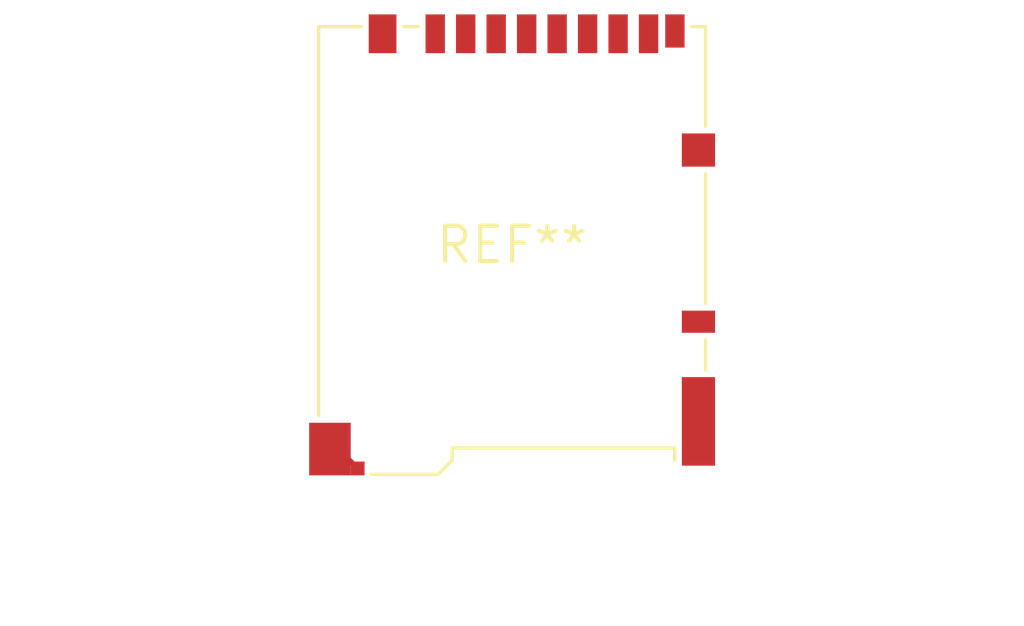
<source format=kicad_pcb>
(kicad_pcb (version 20240108) (generator pcbnew)
  (layers (0 "F.Cu" signal) (31 "B.Cu" signal) (34 "B.Paste" user) (35 "F.Paste" user) (36 "B.SilkS" user "B.Silkscreen") (37 "F.SilkS" user "F.Silkscreen") (38 "B.Mask" user) (39 "F.Mask" user) (44 "Edge.Cuts" user))
  (net 0 "")
  (footprint "microSD_HC_Hirose_DM3BT-DSF-PEJS" (layer "F.Cu") (at 0 0)
    (property "Reference" "REF**")
    (property "Value" "microSD_HC_Hirose_DM3BT-DSF-PEJS")
    (fp_line (start -6.985 -7.885) (end -6.985 6.175) (layer "F.SilkS") (stroke (width 0.12)))
    (fp_line (start -6.985 -7.885) (end -5.425 -7.885) (layer "F.SilkS") (stroke (width 0.12)))
    (fp_line (start -5.075 8.285) (end -2.675 8.285) (layer "F.SilkS") (stroke (width 0.12)))
    (fp_line (start -3.375 -7.885) (end -3.925 -7.885) (layer "F.SilkS") (stroke (width 0.12)))
    (fp_line (start -2.665 8.275) (end -2.165 7.785) (layer "F.SilkS") (stroke (width 0.12)))
    (fp_line (start -2.165 7.335) (end -2.165 7.785) (layer "F.SilkS") (stroke (width 0.12)))
    (fp_line (start 5.865 7.335) (end -2.165 7.335) (layer "F.SilkS") (stroke (width 0.12)))
    (fp_line (start 5.865 7.335) (end 5.865 7.785) (layer "F.SilkS") (stroke (width 0.12)))
    (fp_line (start 6.475 -7.885) (end 6.985 -7.885) (layer "F.SilkS") (stroke (width 0.12)))
    (fp_line (start 6.985 -7.885) (end 6.985 -4.275) (layer "F.SilkS") (stroke (width 0.12)))
    (fp_line (start 6.985 -2.575) (end 6.985 2.125) (layer "F.SilkS") (stroke (width 0.12)))
    (fp_line (start 6.985 3.425) (end 6.985 4.525) (layer "F.SilkS") (stroke (width 0.12)))
    (pad "1" smd rect (at -2.775 -7.625) (size 0.7 1.4) (layers "F.Cu" "F.Paste" "F.Mask"))
    (pad "2" smd rect (at -1.675 -7.625) (size 0.7 1.4) (layers "F.Cu" "F.Paste" "F.Mask"))
    (pad "3" smd rect (at -0.575 -7.625) (size 0.7 1.4) (layers "F.Cu" "F.Paste" "F.Mask"))
    (pad "4" smd rect (at 0.525 -7.625) (size 0.7 1.4) (layers "F.Cu" "F.Paste" "F.Mask"))
    (pad "5" smd rect (at 1.625 -7.625) (size 0.7 1.4) (layers "F.Cu" "F.Paste" "F.Mask"))
    (pad "6" smd rect (at 2.725 -7.625) (size 0.7 1.4) (layers "F.Cu" "F.Paste" "F.Mask"))
    (pad "7" smd rect (at 3.825 -7.625) (size 0.7 1.4) (layers "F.Cu" "F.Paste" "F.Mask"))
    (pad "8" smd rect (at 4.925 -7.625) (size 0.7 1.4) (layers "F.Cu" "F.Paste" "F.Mask"))
    (pad "9" smd rect (at 5.875 -7.725) (size 0.7 1.2) (layers "F.Cu" "F.Paste" "F.Mask"))
    (pad "10" smd rect (at 6.725 2.775) (size 1.2 0.8) (layers "F.Cu" "F.Paste" "F.Mask"))
    (pad "11" smd rect (at -6.575 7.375) (size 1.5 1.9) (layers "F.Cu" "F.Paste" "F.Mask"))
    (pad "11" smd rect (at -5.825 7.825 45) (size 0.2 0.2) (layers "F.Cu" "F.Paste" "F.Mask"))
    (pad "11" smd rect (at -5.575 8.075) (size 0.5 0.5) (layers "F.Cu" "F.Paste" "F.Mask"))
    (pad "11" smd rect (at -4.675 -7.625) (size 1 1.4) (layers "F.Cu" "F.Paste" "F.Mask"))
    (pad "11" smd rect (at 6.725 -3.425) (size 1.2 1.2) (layers "F.Cu" "F.Paste" "F.Mask"))
    (pad "11" smd rect (at 6.725 6.375) (size 1.2 3.2) (layers "F.Cu" "F.Paste" "F.Mask"))
  )
)
</source>
